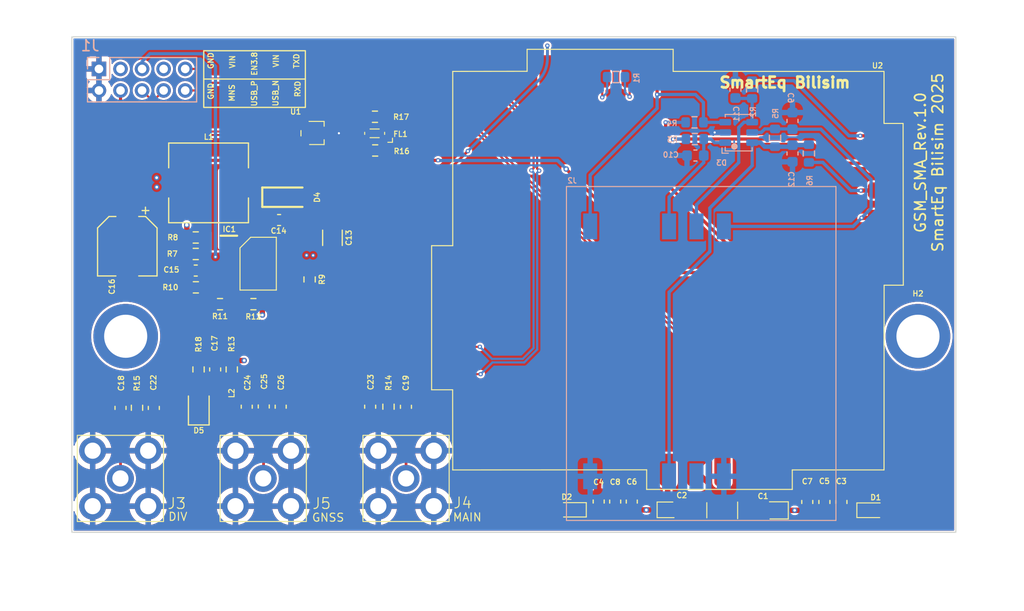
<source format=kicad_pcb>
(kicad_pcb (version 20241229) (generator "pcbnew") (generator_version "9.0")
  (layers (0 "F.Cu" signal) (4 "In1.Cu" signal) (6 "In2.Cu" signal) (2 "B.Cu" signal) (13 "F.Paste" user) (15 "B.Paste" user) (5 "F.SilkS" user "F.Silkscreen") (7 "B.SilkS" user "B.Silkscreen") (1 "F.Mask" user) (3 "B.Mask" user) (25 "Edge.Cuts" user))
  (net 0 "")
  (net 1 "GND")
  (net 2 "/GSM_Castelled/+3V8")
  (net 3 "/91228-3002/USIM_VDD")
  (net 4 "Net-(J2-CLK)")
  (net 5 "Net-(J2-RST)")
  (net 6 "Net-(J2-I{slash}O)")
  (net 7 "/GSM_Castelled/ANT_DIV")
  (net 8 "Net-(D4-K)")
  (net 9 "Net-(IC1-BST)")
  (net 10 "Net-(C15-Pad2)")
  (net 11 "Net-(IC1-COMP)")
  (net 12 "/GSM_Castelled/ANT_MAIN")
  (net 13 "/GSM_Castelled/ANT_GNSS")
  (net 14 "Net-(J3-Pin_1)")
  (net 15 "Net-(J4-Pin_1)")
  (net 16 "Net-(J5-Pin_1)")
  (net 17 "/GSM_Castelled/USB_P")
  (net 18 "/GSM_Castelled/USB_N")
  (net 19 "/91228-3002/MODEM_NET_STATUS")
  (net 20 "/91228-3002/TXD")
  (net 21 "/91228-3002/EN3V8")
  (net 22 "/91228-3002/USB_GSM_P")
  (net 23 "/91228-3002/RXD")
  (net 24 "/91228-3002/USB_GSM_N")
  (net 25 "/91228-3002/VIN")
  (net 26 "Net-(L2-Pad1)")
  (net 27 "Net-(U2-CTS)")
  (net 28 "Net-(U2-RTS)")
  (net 29 "/91228-3002/USIM_RST")
  (net 30 "/91228-3002/USIM_CLK")
  (net 31 "/91228-3002/VDD_EXT_1V8")
  (net 32 "/91228-3002/USIM_PRESENCE")
  (net 33 "/91228-3002/USIM_DATA")
  (net 34 "Net-(IC1-FREQ)")
  (net 35 "Net-(IC1-FB)")
  (net 37 "Net-(D5-A)")
  (footprint "Capacitor_SMD:C_0603_1608Metric" (layer "F.Cu") (at 144.95 118.875 90)
    (property "Reference" "C5")
    (property "Value" "10pF" (hide yes))
  )
  (footprint "Capacitor_SMD:C_0603_1608Metric" (layer "F.Cu") (at 91.36 110.03 -90)
    (property "Reference" "C24")
    (property "Value" "DNP" (hide yes))
  )
  (footprint "Fiducial:Fiducial_0.5mm_Mask1.5mm" (layer "F.Cu") (at 151.19 116.61)
    (property "Reference" "FID4" (hide yes))
    (property "Value" "DNP")
  )
  (footprint "Capacitor_SMD:C_0603_1608Metric" (layer "F.Cu") (at 94.36 92.7 180)
    (property "Reference" "C14")
    (property "Value" "100nF" (hide yes))
  )
  (footprint "Capacitor_SMD:C_0603_1608Metric" (layer "F.Cu") (at 127.08 118.84 90)
    (property "Reference" "C6")
    (property "Value" "10pF" (hide yes))
  )
  (footprint "Library:TPET05US3" (layer "F.Cu") (at 96.39 83.6915 -90)
    (property "Reference" "U1")
    (property "Value" "TPET05US3" (hide yes))
  )
  (footprint "Capacitor_SMD:C_0603_1608Metric" (layer "F.Cu") (at 86.63 97.39 180)
    (property "Reference" "C15")
    (property "Value" "220pF" (hide yes))
  )
  (footprint "Resistor_SMD:R_0603_1608Metric" (layer "F.Cu") (at 86.63 94.32)
    (property "Reference" "R8")
    (property "Value" "100K" (hide yes))
  )
  (footprint "Inductor_SMD:L_7.3x7.3_H3.5" (layer "F.Cu") (at 87.82 89.25 180)
    (property "Reference" "L1")
    (property "Value" "10uH" (hide yes))
  )
  (footprint "Resistor_SMD:R_0603_1608Metric" (layer "F.Cu") (at 104.51 110.03 90)
    (property "Reference" "R14")
    (property "Value" "0R")
  )
  (footprint "Library:SS4FA" (layer "F.Cu") (at 93.58 90.58)
    (property "Reference" "D4")
    (property "Value" "SS34FA" (hide yes))
  )
  (footprint "Library:TDZVTR5.1" (layer "F.Cu") (at 148.07 119.655 -90)
    (property "Reference" "D1")
    (property "Value" "TDZVTR5.1" (hide yes))
  )
  (footprint "Capacitor_SMD:C_0603_1608Metric" (layer "F.Cu") (at 106.13 110.04 -90)
    (property "Reference" "C19")
    (property "Value" "DNP" (hide yes))
  )
  (footprint "Fiducial:Fiducial_0.5mm_Mask1.5mm" (layer "F.Cu") (at 76.28 76.92)
    (property "Reference" "FID1" (hide yes))
    (property "Value" "DNP")
  )
  (footprint "Library:ACM2012-900-2P-T002" (layer "F.Cu") (at 102.300453 85.050055 180)
    (property "Reference" "FL1")
    (property "Value" "ACM2012-900-2P-T002" (hide yes))
  )
  (footprint "Resistor_SMD:R_0603_1608Metric" (layer "F.Cu") (at 81.18 110.13 90)
    (property "Reference" "R15")
    (property "Value" "0R")
  )
  (footprint "Capacitor_SMD:C_0603_1608Metric" (layer "F.Cu") (at 125.54 118.84 90)
    (property "Reference" "C8")
    (property "Value" "0.1uF" (hide yes))
  )
  (footprint "Fiducial:Fiducial_0.5mm_Mask1.5mm" (layer "F.Cu") (at 155.97 120.4)
    (property "Reference" "FID2" (hide yes))
    (property "Value" "DNP")
  )
  (footprint "footprint:Screw_Terminal_1x1" (layer "F.Cu") (at 80.13 103.49)
    (property "Reference" "H1" (hide yes))
    (property "Value" "DNP" (hide yes))
  )
  (footprint "Library:PCB.SMAFRA.HT" (layer "F.Cu") (at 106.14 116.69)
    (property "Reference" "J4")
    (property "Value" "PCB.SMAFRA.HT" (hide yes))
  )
  (footprint "Capacitor_SMD:C_0603_1608Metric" (layer "F.Cu") (at 94.51 110.03 -90)
    (property "Reference" "C26")
    (property "Value" "DNP" (hide yes))
  )
  (footprint "Library:TDZVTR5.1" (layer "F.Cu") (at 122.74 119.61 90)
    (property "Reference" "D2")
    (property "Value" "TDZVTR5.1" (hide yes))
  )
  (footprint "Fiducial:Fiducial_0.5mm_Mask1.5mm" (layer "F.Cu") (at 109.76 78.19)
    (property "Reference" "FID3" (hide yes))
    (property "Value" "DNP")
  )
  (footprint "Capacitor_SMD:C_0603_1608Metric" (layer "F.Cu") (at 124.01 118.835 90)
    (property "Reference" "C4")
    (property "Value" "33pF" (hide yes))
  )
  (footprint "Capacitor_SMD:C_0603_1608Metric" (layer "F.Cu") (at 79.65 110.14 -90)
    (property "Reference" "C18")
    (property "Value" "DNP" (hide yes))
  )
  (footprint "Capacitor_SMD:C_1206_3216Metric" (layer "F.Cu") (at 99.31 94.35 90)
    (property "Reference" "C13")
    (property "Value" "10uF" (hide yes))
  )
  (footprint "Capacitor_SMD:C_0603_1608Metric" (layer "F.Cu") (at 92.94 110.01 90)
    (property "Reference" "C25")
    (property "Value" "100pF" (hide yes))
  )
  (footprint "KiCad:T490A" (layer "F.Cu") (at 131.72 119.62)
    (property "Reference" "C2")
    (property "Value" "T490A107M006ATE500" (hide yes))
  )
  (footprint "Capacitor_SMD:C_0603_1608Metric" (layer "F.Cu") (at 143.36 118.875 90)
    (property "Reference" "C7")
    (property "Value" "0.1uF" (hide yes))
  )
  (footprint "Resistor_SMD:R_0603_1608Metric" (layer "F.Cu") (at 88.88 100.51 180)
    (property "Reference" "R11")
    (property "Value" "40.2K" (hide yes))
  )
  (footprint "Capacitor_SMD:CP_Elec_5x4.5" (layer "F.Cu") (at 80.28 95.13 -90)
    (property "Reference" "C16")
    (property "Value" "100uF ±20% 10V SMD")
  )
  (footprint "footprint:Screw_Terminal_1x1" (layer "F.Cu") (at 153.63 103.49)
    (property "Reference" "H2")
    (property "Value" "DNP" (hide yes))
  )
  (footprint "Footprint Library:GSM_Castelled" (layer "F.Cu") (at 150.48 87.42)
    (property "Reference" "U2")
    (property "Value" "DNP" (hide yes))
  )
  (footprint "Capacitor_SMD:C_0603_1608Metric" (layer "F.Cu") (at 82.74 110.145 -90)
    (property "Reference" "C22")
    (property "Value" "DNP" (hide yes))
  )
  (footprint "Resistor_SMD:R_0603_1608Metric" (layer "F.Cu") (at 86.64 98.95)
    (property "Reference" "R10")
    (property "Value" "68.1K" (hide yes))
  )
  (footprint "Resistor_SMD:R_0603_1608Metric" (layer "F.Cu") (at 103.253933 83.109673)
    (property "Reference" "R17")
    (property "Value" "DNP")
  )
  (footprint "Resistor_SMD:R_0603_1608Metric" (layer "F.Cu") (at 86.63 95.85 180)
    (property "Reference" "R7")
    (property "Value" "24.9K" (hide yes))
  )
  (footprint "Resistor_SMD:R_0603_1608Metric" (layer "F.Cu") (at 97.192 98.215 -90)
    (property "Reference" "R9")
    (property "Value" "200K" (hide yes))
  )
  (footprint "Library:PCB.SMAFRA.HT" (layer "F.Cu") (at 92.89 116.69)
    (property "Reference" "J5")
    (property "Value" "PCB.SMAFRA.HT" (hide yes))
  )
  (footprint "Capacitor_SMD:C_0603_1608Metric" (layer "F.Cu") (at 102.81 110.03 -90)
    (property "Reference" "C23")
    (property "Value" "DNP" (hide yes))
  )
  (footprint "Inductor_SMD:L_0402_1005Metric" (layer "F.Cu") (at 89.97 110.33 -90)
    (property "Reference" "L2")
    (property "Value" "47nH 5%" (hide yes))
  )
  (footprint "Library:MP1584EN-LF-Z" (layer "F.Cu") (at 92.42 96.76)
    (property "Reference" "IC1")
    (property "Value" "MP1584EN-LF-Z" (hide yes))
  )
  (footprint "LED_SMD:LED_0805_2012Metric" (layer "F.Cu") (at 86.91 110.04 90)
    (property "Reference" "D5")
    (property "Value" "RED LED")
  )
  (footprint "KiCad:T490A" (layer "F.Cu") (at 139.26 119.65 180)
    (property "Reference" "C1")
    (property "Value" "T490A107M006ATE500" (hide yes))
  )
  (footprint "Library:PCB.SMAFRA.HT" (layer "F.Cu") (at 79.64 116.69)
    (property "Reference" "J3")
    (property "Value" "PCB.SMAFRA.HT" (hide yes))
  )
  (footprint "Resistor_SMD:R_0603_1608Metric" (layer "F.Cu") (at 103.275 86.24 180)
    (property "Reference" "R16")
    (property "Value" "DNP")
  )
  (footprint "Resistor_SMD:R_0603_1608Metric" (layer "F.Cu") (at 86.89 106.57 90)
    (property "Reference" "R18")
    (property "Value" "1K")
  )
  (footprint "Resistor_SMD:R_0603_1608Metric" (layer "F.Cu") (at 89.97 106.57 -90)
    (property "Reference" "R13")
    (property "Value" "10R" (hide yes))
  )
  (footprint "Capacitor_SMD:C_0603_1608Metric" (layer "F.Cu") (at 146.53 118.875 90)
    (property "Reference" "C3")
    (property "Value" "33pF" (hide yes))
  )
  (footprint "Resistor_SMD:R_0603_1608Metric" (layer "F.Cu") (at 91.98 100.51)
    (property "Reference" "R12")
    (property "Value" "150K" (hide yes))
  )
  (footprint "Capacitor_SMD:C_0603_1608Metric" (layer "F.Cu") (at 88.43 106.57 -90)
    (property "Reference" "C17")
    (property "Value" "0.1uF" (hide yes))
  )
  (footprint "Capacitor_SMD:C_0603_1608Metric" (layer "B.Cu") (at 141.99 86.52 -90)
    (property "Reference" "C12")
    (property "Value" "33pF" (hide yes))
  )
  (footprint "Resistor_SMD:R_0603_1608Metric" (layer "B.Cu") (at 138.245 80.585 -90)
    (property "Reference" "R2")
    (property "Value" "22R" (hide yes))
  )
  (footprint "Capacitor_SMD:C_0603_1608Metric" (layer "B.Cu") (at 132.98 86.71 180)
    (property "Reference" "C10")
    (property "Value" "33pF" (hide yes))
  )
  (footprint "Library:ESDA6V1-5SC6" (layer "B.Cu") (at 135.75 85.515 90)
    (property "Reference" "D3")
    (property "Value" "ESDA6V1-5SC6" (hide yes))
  )
  (footprint "Resistor_SMD:R_0603_1608Metric" (layer "B.Cu") (at 125.62 79.42)
    (property "Reference" "R1")
    (property "Value" "0R" (hide yes))
  )
  (footprint "Resistor_SMD:R_0603_1608Metric" (layer "B.Cu") (at 132.9 83.63 180)
    (property "Reference" "R4")
    (property "Value" "51K" (hide yes))
  )
  (footprint "Capacitor_SMD:C_0603_1608Metric" (layer "B.Cu") (at 136.695 80.595 90)
    (property "Reference" "C11")
    (property "Value" "33pF" (hide yes))
  )
  (footprint "Connector_PinHeader_2.00mm:PinHeader_2x05_P2.00mm_Vertical" (layer "B.Cu") (at 77.65 78.67 -90)
    (property "Reference" "J1")
    (property "Value" "FEMALE Through Hole Pin Header" (hide yes))
  )
  (footprint "Resistor_SMD:R_0603_1608Metric" (layer "B.Cu") (at 132.93 85.18)
    (property "Reference" "R3")
    (property "Value" "22R" (hide yes))
  )
  (footprint "Resistor_SMD:R_0603_1608Metric" (layer "B.Cu") (at 140.37 85.065 -90)
    (property "Reference" "R5")
    (property "Value" "15K" (hide yes))
  )
  (footprint "KiCad:912283002" (layer "B.Cu") (at 133.52 105.09 90)
    (property "Reference" "J2")
    (property "Value" "91228-3002" (hide yes))
  )
  (footprint "Capacitor_SMD:C_0603_1608Metric" (layer "B.Cu") (at 141.99 83.495 90)
    (property "Reference" "C9")
    (property "Value" "0.1uF" (hide yes))
  )
  (footprint "Resistor_SMD:R_0603_1608Metric" (layer "B.Cu") (at 143.51 86.52 90)
    (property "Reference" "R6")
    (property "Value" "22R" (hide yes))
  )
  (gr_line (start 87.37 79.61) (end 96.8 79.61) (stroke (width 0.12)) (layer "F.SilkS"))
  (gr_rect (start 87.37 76.98) (end 96.8 82.24) (stroke (width 0.12)) (fill no) (layer "F.SilkS"))
  (gr_rect (start 75.14 75.69) (end 157.14 121.69) (stroke (width 0.1)) (fill no) (layer "Edge.Cuts"))
  (gr_text "VIN" (at 90.32 78.67 90) (layer "F.SilkS") (effects (font (size 0.5 0.5) (thickness 0.1) (bold yes)) (justify left bottom)))
  (gr_text "USB_P" (at 92.35 82.2 90) (layer "F.SilkS") (effects (font (size 0.5 0.5) (thickness 0.1) (bold yes)) (justify left bottom)))
  (gr_text "USB_N" (at 94.33 82.19 90) (layer "F.SilkS") (effects (font (size 0.5 0.5) (thickness 0.1) (bold yes)) (justify left bottom)))
  (gr_text "GSM_SMA_Rev.1.0\nSmartEq Bilisim 2025" (at 156.05 87.36 90) (layer "F.SilkS") (effects (font (size 1 1)) (justify bottom)))
  (gr_text "MAIN" (at 110.43 120.73 0) (layer "F.SilkS") (effects (font (size 0.75 0.75) (thickness 0.1)) (justify left bottom)))
  (gr_text "TXD" (at 96.27 78.68 90) (layer "F.SilkS") (effects (font (size 0.5 0.5) (thickness 0.1) (bold yes)) (justify left bottom)))
  (gr_text "MNS" (at 90.28 81.75 90) (layer "F.SilkS") (effects (font (size 0.5 0.5) (thickness 0.1) (bold yes)) (justify left bottom)))
  (gr_text "VIN" (at 94.37 78.58 90) (layer "F.SilkS") (effects (font (size 0.5 0.5) (thickness 0.1) (bold yes)) (justify left bottom)))
  (gr_text "GND\n" (at 88.32 78.73 90) (layer "F.SilkS") (effects (font (size 0.5 0.5) (thickness 0.1) (bold yes)) (justify left bottom)))
  (gr_text "DIV" (at 84.03 120.68 0) (layer "F.SilkS") (effects (font (size 0.75 0.75) (thickness 0.1)) (justify left bottom)))
  (gr_text "EN3.8\n\n" (at 93.17 79.34 90) (layer "F.SilkS") (effects (font (size 0.5 0.5) (thickness 0.1) (bold yes)) (justify left bottom)))
  (gr_text "RXD" (at 96.380095 81.336095 90) (layer "F.SilkS") (effects (font (size 0.5 0.5) (thickness 0.1) (bold yes)) (justify left bottom)))
  (gr_text "GND\n" (at 88.323905 81.569905 90) (layer "F.SilkS") (effects (font (size 0.5 0.5) (thickness 0.1) (bold yes)) (justify left bottom)))
  (gr_text "GNSS" (at 97.36 120.76 0) (layer "F.SilkS") (effects (font (size 0.75 0.75) (thickness 0.1)) (justify left bottom)))
  (segment (start 98.5915 84.64) (end 98.59 84.6415) (width 0.4) (layer "F.Cu") (net 1))
  (segment (start 77.65 80.67) (end 77.65 80.674922) (width 0.18315) (layer "F.Cu") (net 1))
  (segment (start 99.91 84.64) (end 98.5915 84.64) (width 0.4) (layer "F.Cu") (net 1))
  (via (at 99.91 84.64) (size 0.4) (drill 0.2) (layers "F.Cu" "B.Cu") (net 1))
  (via (at 134.77 84.57) (size 0.4) (drill 0.2) (layers "F.Cu" "B.Cu") (net 1))
  (segment (start 135.75 84.565) (end 134.775 84.565) (width 0.3) (layer "B.Cu") (net 1))
  (segment (start 134.775 84.565) (end 134.77 84.57) (width 0.3) (layer "B.Cu") (net 1))
  (segment (start 91.115 105.745) (end 91.12 105.74) (width 0.508) (layer "F.Cu") (net 2))
  (segment (start 140.57 119.65) (end 140.57 115.9) (width 0.508) (layer "F.Cu") (net 2))
  (segment (start 130.41 119.62) (end 130.41 115.9) (width 0.508) (layer "F.Cu") (net 2))
  (segment (start 144.95 119.65) (end 146.53 119.65) (width 0.508) (layer "F.Cu") (net 2))
  (segment (start 130.41 119.62) (end 128.43 119.62) (width 0.508) (layer "F.Cu") (net 2))
  (segment (start 125.535 119.61) (end 125.54 119.615) (width 0.508) (layer "F.Cu") (net 2))
  (segment (start 140.57 119.65) (end 142.19 119.65) (width 0.508) (layer "F.Cu") (net 2))
  (segment (start 121.74 119.61) (end 124.01 119.61) (width 0.508) (layer "F.Cu") (net 2))
  (segment (start 86.94 105.795) (end 86.89 105.745) (width 0.508) (layer "F.Cu") (net 2))
  (segment (start 88.43 105.795) (end 86.94 105.795) (width 0.508) (layer "F.Cu") (net 2))
  (segment (start 146.53 119.65) (end 149.065 119.65) (width 0.508) (layer "F.Cu") (net 2))
  (segment (start 89.97 105.745) (end 91.115 105.745) (width 0.508) (layer "F.Cu") (net 2))
  (segment (start 89.92 105.795) (end 89.97 105.745) (width 0.508) (layer "F.Cu") (net 2))
  (segment (start 128.425 119.615) (end 128.43 119.62) (width 0.508) (layer "F.Cu") (net 2))
  (segment (start 130.405 119.615) (end 130.41 119.62) (width 0.508) (layer "F.Cu") (net 2))
  (segment (start 149.065 119.65) (end 149.07 119.655) (width 0.508) (layer "F.Cu") (net 2))
  (segment (start 125.54 119.615) (end 127.08 119.615) (width 0.508) (layer "F.Cu") (net 2))
  (segment (start 143.36 119.65) (end 142.19 119.65) (width 0.508) (layer "F.Cu") (net 2))
  (segment (start 127.08 119.615) (end 128.425 119.615) (width 0.508) (layer "F.Cu") (net 2))
  (segment (start 92.805 101.515) (end 92.81 101.52) (width 0.508) (layer "F.Cu") (net 2))
  (segment (start 92.805 100.51) (end 92.805 101.515) (width 0.508) (layer "F.Cu") (net 2))
  (segment (start 124.01 119.61) (end 125.535 119.61) (width 0.508) (layer "F.Cu") (net 2))
  (segment (start 143.36 119.65) (end 144.95 119.65) (width 0.508) (layer "F.Cu") (net 2))
  (segment (start 88.43 105.795) (end 89.92 105.795) (width 0.508) (layer "F.Cu") (net 2))
  (via (at 128.43 119.62) (size 0.508) (drill 0.254) (layers "F.Cu" "B.Cu") (net 2))
  (via (at 91.12 105.74) (size 0.508) (drill 0.254) (layers "F.Cu" "B.Cu") (net 2))
  (via (at 92.81 101.52) (size 0.508) (drill 0.254) (layers "F.Cu" "B.Cu") (net 2))
  (via (at 83.01 89.64) (size 0.508) (drill 0.254) (layers "F.Cu" "B.Cu") (net 2))
  (via (at 142.19 119.65) (size 0.508) (drill 0.254) (layers "F.Cu" "B.Cu") (net 2))
  (via (at 83 88.77) (size 0.508) (drill 0.254) (layers "F.Cu" "B.Cu") (net 2))
  (segment (start 148.4 92.5) (end 150.48 92.5) (width 0.4) (layer "F.Cu") (net 3))
  (via (at 148.4 92.5) (size 0.4) (drill 0.2) (layers "F.Cu" "B.Cu") (net 3))
  (segment (start 140.37 84.24) (end 141.96 84.24) (width 0.3) (layer "B.Cu") (net 3))
  (segment (start 139.42 84.24) (end 140.37 84.24) (width 0.3) (layer "B.Cu") (net 3))
  (segment (start 139.095 84.565) (end 139.42 84.24) (width 0.3) (layer "B.Cu") (net 3))
  (segment (start 149.28 91.62) (end 148.4 92.5) (width 0.3) (layer "B.Cu") (net 3))
  (segment (start 141.96 84.24) (end 141.99 84.27) (width 0.3) (layer "B.Cu") (net 3))
  (segment (start 147.61 93.29) (end 148.4 92.5) (width 0.3) (layer "B.Cu") (net 3))
  (segment (start 138.25 84.565) (end 139.095 84.565) (width 0.3) (layer "B.Cu") (net 3))
  (segment (start 149.28 88.93) (end 149.28 91.62) (width 0.3) (layer "B.Cu") (net 3))
  (segment (start 144.62 84.27) (end 149.28 88.93) (width 0.3) (layer "B.Cu") (net 3))
  (segment (start 141.99 84.27) (end 144.62 84.27) (width 0.3) (layer "B.Cu") (net 3))
  (segment (start 135.62 93.29) (end 147.61 93.29) (width 0.3) (layer "B.Cu") (net 3))
  (segment (start 133.755 87.355) (end 133.755 86.71) (width 0.3) (layer "B.Cu") (net 4))
  (segment (start 130.54 90.57) (end 133.755 87.355) (width 0.3) (layer "B.Cu") (net 4))
  (segment (start 130.54 93.29) (end 130.54 90.57) (width 0.3) (layer "B.Cu") (net 4))
  (segment (start 133.755 86.71) (end 133.755 85.18) (width 0.3) (layer "B.Cu") (net 4))
  (segment (start 133.755 85.18) (end 134.42 85.18) (width 0.3) (layer "B.Cu") (net 4))
  (segment (start 134.755 85.515) (end 135.75 85.515) (width 0.3) (layer "B.Cu") (net 4))
  (segment (start 134.42 85.18) (end 134.755 85.515) (width 0.3) (layer "B.Cu") (net 4))
  (segment (start 138.245 81.41) (end 136.735 81.41) (width 0.3) (layer "B.Cu") (net 5))
  (segment (start 136.735 81.41) (end 136.695 81.37) (width 0.35) (layer "B.Cu") (net 5))
  (segment (start 133.08 91.28) (end 137 87.36) (width 0.3) (layer "B.Cu") (net 5))
  (segment (start 133.08 93.29) (end 133.08 91.28) (width 0.3) (layer "B.Cu") (net 5))
  (segment (start 137 87.36) (end 137 84.11) (width 0.3) (layer "B.Cu") (net 5))
  (segment (start 137.495 83.615) (end 138.25 83.615) (width 0.3) (layer "B.Cu") (net 5))
  (segment (start 138.245 83.61) (end 138.25 83.615) (width 0.3) (layer "B.Cu") (net 5))
  (segment (start 138.245 81.41) (end 138.245 83.61) (width 0.3) (layer "B.Cu") (net 5))
  (segment (start 137 84.11) (end 137.495 83.615) (width 0.3) (layer "B.Cu") (net 5))
  (segment (start 138.25 85.515) (end 139.035 85.515) (width 0.4) (layer "B.Cu") (net 6))
  (segment (start 134.32 95.62) (end 134.32 91.58) (width 0.3) (layer "B.Cu") (net 6))
  (segment (start 130.54 99.4) (end 134.32 95.62) (width 0.3) (layer "B.Cu") (net 6))
  (segment (start 138.25 87.65) (end 138.25 85.515) (width 0.3) (layer "B.Cu") (net 6))
  (segment (start 140.37 85.89) (end 141.845 85.89) (width 0.4) (layer "B.Cu") (net 6))
  (segment (start 130.54 116.49) (end 130.54 99.4) (width 0.3) (layer "B.Cu") (net 6))
  (segment (start 143.46 85.745) (end 143.51 85.695) (width 0.4) (layer "B.Cu") (net 6))
  (segment (start 139.035 85.515) (end 139.41 85.89) (width 0.4) (layer "B.Cu") (net 6))
  (segment (start 141.99 85.745) (end 143.46 85.745) (width 0.4) (layer "B.Cu") (net 6))
  (segment (start 134.32 91.58) (end 138.25 87.65) (width 0.3) (layer "B.Cu") (net 6))
  (segment (start 141.845 85.89) (end 141.99 85.745) (width 0.4) (layer "B.Cu") (net 6))
  (segment (start 139.41 85.89) (end 140.37 85.89) (width 0.4) (layer "B.Cu") (net 6))
  (segment (start 119.25 78.89) (end 119.26 78.9) (width 0.254) (layer "F.Cu") (net 7))
  (segment (start 82.685 109.315) (end 82.74 109.37) (width 0.508) (layer "F.Cu") (net 7))
  (segment (start 96.643792 101.526207) (end 111.875 86.295) (width 0.254) (layer "F.Cu") (net 7))
  (segment (start 82.695 107.95) (end 82.695 109.355) (width 0.254) (layer "F.Cu") (net 7))
  (segment (start 82.675 109.305) (end 82.74 109.37) (width 0.508) (layer "F.Cu") (net 7))
  (segment (start 84.526206 104.713792) (end 83.688485 105.551514) (width 0.254) (layer "F.Cu") (net 7))
  (segment (start 119.25 76.51) (end 119.25 78.89) (width 0.254) (layer "F.Cu") (net 7))
  (segment (start 81.18 109.305) (end 82.675 109.305) (width 0.254) (layer "F.Cu") (net 7))
  (segment (start 88.373963 103.12) (end 92.796036 103.12) (width 0.254) (layer "F.Cu") (net 7))
  (via (at 119.25 76.51) (size 0.4) (drill 0.2) (layers "F.Cu" "B.Cu") (net 7))
  (via (at 111.875 86.295) (size 0.4) (drill 0.2) (layers "F.Cu" "B.Cu") (net 7))
  (arc (start 88.373963 103.12) (mid 86.291572 103.534213) (end 84.526206 104.713792) (width 0.254) (layer "F.Cu") (net 7))
  (arc (start 96.643792 101.526207) (mid 94.878426 102.705786) (end 92.796036 103.12) (width 0.254) (layer "F.Cu") (net 7))
  (arc (start 83.688485 105.551514) (mid 82.953198 106.651949) (end 82.695 107.95) (width 0.254) (layer "F.Cu") (net 7))
  (segment (start 119.25 77.715) (end 119.25 76.51) (width 0.254) (layer "B.Cu") (net 7))
  (segment (start 118.397936 79.772063) (end 111.875 86.295) (width 0.254) (layer "B.Cu") (net 7))
  (arc (start 119.25 77.715) (mid 119.028555 78.828274) (end 118.397936 79.772063) (width 0.254) (layer "B.Cu") (net 7))
  (segment (start 85.855 98.91) (end 85.815 98.95) (width 0.508) (layer "F.Cu") (net 10))
  (segment (start 85.855 97.39) (end 85.855 98.91) (width 0.508) (layer "F.Cu") (net 10))
  (segment (start 104.51 105.429568) (end 104.51 109.205) (width 0.254) (layer "F.Cu") (net 12))
  (segment (start 108.009568 101.93) (end 110.47 101.93) (width 0.254) (layer "F.Cu") (net 12))
  (segment (start 102.86 109.205) (end 102.81 109.255) (width 0.254) (layer "F.Cu") (net 12))
  (segment (start 104.51 109.205) (end 102.86 109.205) (width 0.254) (layer "F.Cu") (net 12))
  (arc (start 105.535 102.955) (mid 104.776388 104.090341) (end 104.51 105.429568) (width 0.254) (layer "F.Cu") (net 12))
  (arc (start 108.009568 101.93) (mid 106.670341 102.196388) (end 105.535 102.955) (width 0.254) (layer "F.Cu") (net 12))
  (segment (start 103.063963 99.39) (end 110.47 99.39) (width 0.254) (layer "F.Cu") (net 13))
  (segment (start 94.51 109.255) (end 92.96 109.255) (width 0.254) (layer "F.Cu") (net 13))
  (segment (start 92.96 109.255) (end 92.94 109.235) (width 0.254) (layer "F.Cu") (net 13))
  (segment (start 94.51 107.4725) (end 94.51 109.255) (width 0.254) (layer "F.Cu") (net 13))
  (segment (start 95.770417 104.429582) (end 99.216207 100.983792) (width 0.254) (layer "F.Cu") (net 13))
  (arc (start 103.063963 99.39) (mid 100.981572 99.804213) (end 99.216207 100.983792) (width 0.254) (layer "F.Cu") (net 13))
  (arc (start 95.770417 104.429582) (mid 94.837571 105.825684) (end 94.51 107.4725) (width 0.254) (layer "F.Cu") (net 13))
  (segment (start 79.65 110.915) (end 79.65 116.68) (width 0.254) (layer "F.Cu") (net 14))
  (segment (start 79.65 116.68) (end 79.64 116.69) (width 0.254) (layer "F.Cu") (net 14))
  (segment (start 81.19 110.91) (end 81.185 110.915) (width 0.3) (layer "F.Cu") (net 14))
  (segment (start 81.14 110.915) (end 81.18 110.955) (width 0.254) (layer "F.Cu") (net 14))
  (segment (start 79.65 110.915) (end 81.14 110.915) (width 0.254) (layer "F.Cu") (net 14))
  (segment (start 104.55 110.815) (end 104.51 110.855) (width 0.254) (layer "F.Cu") (net 15))
  (segment (start 106.14 110.825) (end 106.13 110.815) (width 0.254) (layer "F.Cu") (net 15))
  (segment (start 106.13 110.815) (end 104.55 110.815) (width 0.254) (layer "F.Cu") (net 15))
  (segment (start 106.14 116.69) (end 106.14 110.825) (width 0.254) (layer "F.Cu") (net 15))
  (segment (start 92.92 110.805) (end 91.36 110.805) (width 0.254) (layer "F.Cu") (net 16))
  (segment (start 92.92 110.805) (end 92.92 116.66) (width 0.254) (layer "F.Cu") (net 16))
  (segment (start 89.98 110.805) (end 89.97 110.815) (width 0.254) (layer "F.Cu") (net 16))
  (segment (start 92.9 110.785) (end 92.92 110.805) (width 0.254) (layer "F.Cu") (net 16))
  (segment (start 91.36 110.805) (end 89.98 110.805) (width 0.254) (layer "F.Cu") (net 16))
  (segment (start 92.92 116.66) (end 92.89 116.69) (width 0.254) (layer "F.Cu") (net 16))
  (segment (start 104.954454 84.808555) (end 112.924401 84.808555) (width 0.19) (layer "F.Cu") (net 17))
  (segment (start 104.150453 85.050055) (end 104.712954 85.050055) (width 0.19) (layer "F.Cu") (net 17))
  (segment (start 136.6015 109.612635) (end 136.6015 112.538499) (width 0.19) (layer "F.Cu") (net 17))
  (segment (start 136.6015 112.538499) (end 135.49 113.649999) (width 0.19) (layer "F.Cu") (net 17))
  (segment (start 135.49 113.649999) (end 135.49 115.9) (width 0.19) (layer "F.Cu") (net 17))
  (segment (start 104.150453 85.050055) (end 104.1 85.100508) (width 0.19) (layer "F.Cu") (net 17))
  (segment (start 104.712954 85.050055) (end 104.954454 84.808555) (width 0.19) (layer "F.Cu") (net 17))
  (segment (start 104.1 85.100508) (end 104.1 86.24) (width 0.19) (layer "F.Cu") (net 17))
  (segment (start 135.804603 107.688757) (end 112.924401 84.808555) (width 0.19) (layer "F.Cu") (net 17))
  (arc (start 135.804603 107.688757) (mid 136.394393 108.57144) (end 136.6015 109.612635) (width 0.19) (layer "F.Cu") (net 17))
  (segment (start 136.9185 109.481327) (end 136.9185 112.538499) (width 0.19) (layer "F.Cu") (net 18))
  (segment (start 104.150453 84.250055) (end 104.712954 84.250055) (width 0.19) (layer "F.Cu") (net 18))
  (segment (start 104.712954 84.250055) (end 104.954454 84.491555) (width 0.19) (layer "F.Cu") (net 18))
  (segment (start 138.03 113.649999) (end 138.03 115.9) (width 0.19) (layer "F.Cu") (net 18))
  (segment (start 104.150453 83.181193) (end 104.078933 83.109673) (width 0.19) (layer "F.Cu") (net 18))
  (segment (start 104.954454 84.491555) (end 113.055709 84.491555) (width 0.19) (layer "F.Cu") (net 18))
  (segment (start 136.121603 107.557449) (end 113.055709 84.491555) (width 0.19) (layer "F.Cu") (net 18))
  (segment (start 104.150453 84.250055) (end 104.150453 83.181193) (width 0.19) (layer "F.Cu") (net 18))
  (segment (start 136.9185 112.538499) (end 138.03 113.649999) (width 0.19) (layer "F.Cu") (net 18))
  (arc (start 136.121603 107.557449) (mid 136.711393 108.440132) (end 136.9185 109.481327) (width 0.19) (layer "F.Cu") (net 18))
  (segment (start 130.61 97.58) (end 150.48 97.58) (width 0.3) (layer "F.Cu") (net 19))
  (segment (start 120.995 87.965) (end 130.61 97.58) (width 0.3) (layer "F.Cu") (net 19))
  (segment (start 79.65 80.67) (end 79.65 85.94) (width 0.3) (layer "F.Cu") (net 19))
  (segment (start 80.87 87.16) (end 95.13 87.16) (width 0.3) (layer "F.Cu") (net 19))
  (segment (start 95.13 87.16) (end 109.1 87.16) (width 0.3) (layer "F.Cu") (net 19))
  (segment (start 109.1 87.16) (end 109.11 87.15) (width 0.3) (layer "F.Cu") (net 19))
  (segment (start 80.56 86.85) (end 80.87 87.16) (width 0.3) (layer "F.Cu") (net 19))
  (segment (start 79.65 85.94) (end 80.56 86.85) (width 0.3) (layer "F.Cu") (net 19))
  (segment (start 79.65 80.67) (end 79.65 80.674922) (width 0.18315) (layer "F.Cu") (net 19))
  (via (at 109.11 87.15) (size 0.4) (drill 0.2) (layers "F.Cu" "B.Cu") (net 19))
  (via (at 120.995 87.965) (size 0.508) (drill 0.254) (layers "F.Cu" "B.Cu") (net 19))
  (segment (start 109.11 87.15) (end 109.131 87.171) (width 0.3) (layer "B.Cu") (net 19))
  (segment (start 120.201 87.171) (end 120.995 87.965) (width 0.3) (layer "B.Cu") (net 19))
  (segment (start 109.131 87.171) (end 120.201 87.171) (width 0.3) (layer "B.Cu") (net 19))
  (segment (start 118.3 87.93) (end 118.49 88.12) (width 0.2) (layer "F.Cu") (net 20))
  (segment (start 85.65 78.67) (end 87.13 78.67) (width 0.2) (layer "F.Cu") (net 20))
  (segment (start 88.03 79.57) (end 113.78 79.57) (width 0.2) (layer "F.Cu") (net 20))
  (segment (start 118.3 84.09) (end 118.3 87.93) (width 0.2) (layer "F.Cu") (net 20))
  (segment (start 87.13 78.67) (end 88.03 79.57) (width 0.2) (layer "F.Cu") (net 20))
  (segment (start 113.78 79.57) (end 118.3 84.09) (width 0.2) (layer "F.Cu") (net 20))
  (segment (start 113.06 107.01) (end 110.47 107.01) (width 0.2) (layer "F.Cu") (net 20))
  (via (at 118.49 88.12) (size 0.4) (drill 0.2) (layers "F.Cu" "B.Cu") (net 20))
  (via (at 113.06 107.01) (size 0.4) (drill 0.2) (layers "F.Cu" "B.Cu") (net 20))
  (segment (start 118.3 88.5) (end 118.3 88.31) (width 0.2) (layer "B.Cu") (net 20))
  (segment (start 114.152 105.918) (end 113.06 107.01) (width 0.2) (layer "B.Cu") (net 20))
  (segment (start 118.3 88.31) (end 118.49 88.12) (width 0.2) (layer "B.Cu") (net 20))
  (segment (start 118.3 88.5) (end 118.3 104.72) (width 0.2) (layer "B.Cu") (net 20))
  (segment (start 117.102 105.918) (end 114.152 105.918) (width 0.2) (layer "B.Cu") (net 20))
  (segment (start 118.3 104.72) (end 117.102 105.918) (width 0.2) (layer "B.Cu") (net 20))
  (via (at 88.46 96.12) (size 0.4) (drill 0.2) (layers "F.Cu" "B.Cu") (net 21))
  (segment (start 82.37 77.26) (end 87.29 77.26) (width 0.3) (layer "B.Cu") (net 21))
  (segment (start 88.46 78.43) (end 88.46 96.12) (width 0.3) (layer "B.Cu") (net 21))
  (segment (start 81.65 77.98) (end 82.37 77.26) (width 0.3) (layer "B.Cu") (net 21))
  (segment (start 81.65 78.67) (end 81.65 77.98) (width 0.3) (layer "B.Cu") (net 21))
  (segment (start 87.29 77.26) (end 88.46 78.43) (width 0.3) (layer "B.Cu") (net 21))
  (segment (start 102.300453 85.520453) (end 102.45 85.67) (width 0.19) (layer "F.Cu") (net 22))
  (segment (start 96.39 85.5915) (end 95.339999 85.5915) (width 0.19) (layer "F.Cu") (net 22))
  (segment (start 99.9485 85.5915) (end 96.39 85.5915) (width 0.19) (layer "F.Cu") (net 22))
  (segment (start 84.649873 84.8) (end 94.548499 84.8) (width 0.19) (layer "F.Cu") (net 22))
  (segment (start 82.4915 81.5115) (end 81.65 80.67) (width 0.19) (layer "F.Cu") (net 22))
  (segment (start 95.339999 85.5915) (end 94.548499 84.8) (width 0.19) (layer "F.Cu") (net 22))
  (segment (start 102.300453 85.050055) (end 102.300453 85.520453) (width 0.19) (layer "F.Cu") (net 22))
  (segment (start 82.4915 82.641626) (end 82.4915 81.5115) (width 0.19) (layer "F.Cu") (net 22))
  (segment (start 102.300453 85.050055) (end 101.737952 85.050055) (width 0.19) (layer "F.Cu") (net 22))
  (segment (start 100.73 84.81) (end 99.9485 85.5915) (width 0.19) (layer "F.Cu") (net 22))
  (segment (start 101.737952 85.050055) (end 101.497897 84.81) (width 0.19) (layer "F.Cu") (net 22))
  (segment (start 102.45 85.67) (end 102.45 86.21) (width 0.19) (layer "F.Cu") (net 22))
  (segment (start 101.497897 84.81) (end 100.73 84.81) (width 0.19) (layer "F.Cu") (net 22))
  (arc (start 83.123673 84.167827) (mid 83.823899 84.635703) (end 84.649873 84.8) (width 0.19) (layer "F.Cu") (net 22))
  (arc (start 82.4915 82.641626) (mid 82.655796 83.4676) (end 83.123673 84.167827) (width 0.19) (layer "F.Cu") (net 22))
  (segment (start 87.45 80.67) (end 87.93 80.19) (width 0.2) (layer "F.Cu") (net 23))
  (segment (start 88.69 79.96) (end 113.706138 79.96) (width 0.2) (layer "F.Cu") (net 23))
  (segment (start 85.65 80.67) (end 87.45 80.67) (width 0.2) (layer "F.Cu") (net 23))
  (segment (start 117.97 87.89) (end 117.77 88.09) (width 0.2) (layer "F.Cu") (net 23))
  (segment (start 87.93 80.19) (end 88.16 79.96) (width 0.2) (layer "F.Cu") (net 23))
  (segment (start 117.97 84.223862) (end 117.97 85.2) (width 0.2) (layer "F.Cu") (net 23))
  (segment (start 117.97 85.2) (end 117.97 87.89) (width 0.2) (layer "F.Cu") (net 23))
  (segment (start 110.47 104.47) (end 112.99 104.47) (width 0.2) (layer "F.Cu") (net 23))
  (segment (start 114.523069 80.776931) (end 117.97 84.223862) (width 0.2) (layer "F.Cu") (net 23))
  (segment (start 88.16 79.96) (end 88.69 79.96) (width 0.2) (layer "F.Cu") (net 23))
  (segment (start 113.706138 79.96) (end 114.523069 80.776931) (width 0.2) (layer "F.Cu") (net 23))
  (via (at 117.77 88.09) (size 0.4) (drill 0.2) (layers "F.Cu" "B.Cu") (net 23))
  (via (at 112.99 104.47) (size 0.4) (drill 0.2) (layers "F.Cu" "B.Cu") (net 23))
  (segment (start 114.11 105.59) (end 116.966138 105.59) (width 0.2) (layer "B.Cu") (net 23))
  (segment (start 112.99 104.47) (end 114.11 105.59) (width 0.2) (layer "B.Cu") (net 23))
  (segment (start 117.972 88.292) (end 117.77 88.09) (width 0.2) (layer "B.Cu") (net 23))
  (segment (start 117.972 104.584138) (end 117.972 88.292) (width 0.2) (layer "B.Cu") (net 23))
  (segment (start 116.966138 105.59) (end 117.972 104.584138) (width 0.2) (layer "B.Cu") (net 23))
  (segment (start 96.39 83.6915) (end 99.9615 83.6915) (width 0.19) (layer "F.Cu") (net 24))
  (segment (start 82.8085 81.5115) (end 83.65 80.67) (width 0.19) (layer "F.Cu") (net 24))
  (segment (start 100.76 84.49) (end 101.48 84.49) (width 0.19) (layer "F.Cu") (net 24))
  (segment (start 84.649877 84.483) (end 94.548499 84.483) (width 0.19) (layer "F.Cu") (net 24))
  (segment (start 96.39 83.6915) (end 95.339999 83.6915) (width 0.19) (layer "F.Cu") (net 24))
  (segment (start 102.428933 83.731067) (end 102.428933 83.109673) (width 0.19) (layer "F.Cu") (net 24))
  (segment (start 102.300453 83.859547) (end 102.428933 83.731067) (width 0.19) (layer "F.Cu") (net 24))
  (segment (start 99.9615 83.6915) (end 100.76 84.49) (width 0.19) (layer "F.Cu") (net 24))
  (segment (start 82.8085 82.641622) (end 82.8085 81.5115) (width 0.19) (layer "F.Cu") (net 24))
  (segment (start 102.300453 84.250055) (end 102.300453 83.859547) (width 0.19) (layer "F.Cu") (net 24))
  (segment (start 95.339999 83.6915) (end 94.548499 84.483) (width 0.19) (layer "F.Cu") (net 24))
  (segment (start 101.719945 84.250055) (end 102.300453 84.250055) (width 0.19) (layer "F.Cu") (net 24))
  (segment (start 101.48 84.49) (end 101.719945 84.250055) (width 0.19) (layer "F.Cu") (net 24))
  (arc (start 83.347827 83.943673) (mid 83.945212 84.342833) (end 84.649877 84.483) (width 0.19) (layer "F.Cu") (net 24))
  (arc (start 82.8085 82.641622) (mid 82.948666 83.346287) (end 83.347827 83.943673) (width 0.19) (layer "F.Cu") (net 24))
  (segment (start 85.805 93.175) (end 85.79 93.16) (width 0.508) (layer "F.Cu") (net 25))
  (segment (start 85.805 94.32) (end 85.805 93.175) (width 0.508) (layer "F.Cu") (net 25))
  (via (at 85.79 93.16) (size 0.5) (drill 0.3) (layers "F.Cu" "B.Cu") (net 25))
  (via (at 97.52 95.98) (size 0.4) (drill 0.2) (layers "F.Cu" "B.Cu") (net 25))
  (via (at 96.91 95.97) (size 0.4) (drill 0.2) (layers "F.Cu" "B.Cu") (net 25))
  (segment (start 89.97 107.395) (end 89.97 109.845) (width 0.508) (layer "F.Cu") (net 26))
  (segment (start 124.34 81.31) (end 124.34 78.9) (width 0.2) (layer "F.Cu") (net 27))
  (via (at 124.34 81.31) (size 0.4) (drill 0.2) (layers "F.Cu" "B.Cu") (net 27))
  (segment (start 124.795 80.855) (end 124.34 81.31) (width 0.2) (layer "B.Cu") (net 27))
  (segment (start 124.795 79.42) (end 124.795 80.855) (width 0.2) (layer "B.Cu") (net 27))
  (segment (start 126.88 81.25) (end 126.88 78.9) (width 0.2) (layer "F.Cu") (net 28))
  (via (at 126.88 81.25) (size 0.4) (drill 0.2) (layers "F.Cu" "B.Cu") (net 28))
  (segment (start 126.445 79.42) (end 126.445 80.815) (width 0.2) (layer "B.Cu") (net 28))
  (segment (start 126.445 80.815) (end 126.88 81.25) (width 0.2) (layer "B.Cu") (net 28))
  (segment (start 148.27 84.88) (end 150.48 84.88) (width 0.3) (layer "F.Cu") (net 29))
  (via (at 148.27 84.88) (size 0.4) (drill 0.2) (layers "F.Cu" "B.Cu") (net 29))
  (segment (start 142.12 79.76) (end 147.24 84.88) (width 0.3) (layer "B.Cu") (net 29))
  (segment (start 138.245 79.76) (end 142.12 79.76) (width 0.3) (layer "B.Cu") (net 29))
  (segment (start 147.24 84.88) (end 148.27 84.88) (width 0.3) (layer "B.Cu") (net 29))
  (segment (start 146.39 87.42) (end 150.48 87.42) (width 0.3) (layer "F.Cu") (net 30))
  (segment (start 144.15 85.18) (end 146.39 87.42) (width 0.3) (layer "F.Cu") (net 30))
  (segment (start 130.93 85.18) (end 144.15 85.18) (width 0.3) (layer "F.Cu") (net 30))
  (segment (start 130.91 85.2) (end 130.93 85.18) (width 0.3) (layer "F.Cu") (net 30))
  (via (at 130.91 85.2) (size 0.4) (drill 0.2) (layers "F.Cu" "B.Cu") (net 30))
  (segment (start 132.105 85.18) (end 130.93 85.18) (width 0.3) (layer "B.Cu") (net 30))
  (segment (start 130.93 85.18) (end 130.91 85.2) (width 0.3) (layer "B.Cu") (net 30))
  (segment (start 150.48 95.04) (end 136.02 95.04) (width 0.3) (layer "F.Cu") (net 31))
  (segment (start 130.22 89.24) (end 130.22 83.63) (width 0.3) (layer "F.Cu") (net 31))
  (segment (start 133.26 92.28) (end 130.22 89.24) (width 0.3) (layer "F.Cu") (net 31))
  (segment (start 136.02 95.04) (end 133.26 92.28) (width 0.3) (layer "F.Cu") (net 31))
  (via (at 130.22 83.63) (size 0.4) (drill 0.2) (layers "F.Cu" "B.Cu") (net 31))
  (segment (start 130.22 83.63) (end 132.075 83.63) (width 0.3) (layer "B.Cu") (net 31))
  (segment (start 129.43 78.91) (end 129.42 78.9) (width 0.3) (layer "F.Cu") (net 32))
  (segment (start 129.43 81.04) (end 129.43 78.91) (width 0.3) (layer "F.Cu") (net 32))
  (via (at 129.43 81.04) (size 0.4) (drill 0.2) (layers "F.Cu" "B.Cu") (net 32))
  (segment (start 123.22 88.53) (end 129.43 82.32) (width 0.3) (layer "B.Cu") (net 32))
  (segment (start 135.735 83.63) (end 135.75 83.615) (width 0.3) (layer "B.Cu") (net 32))
  (segment (start 132.98 81.04) (end 129.43 81.04) (width 0.3) (layer "B.Cu") (net 32))
  (segment (start 133.725 81.785) (end 133.51 81.57) (width 0.3) (layer "B.Cu") (net 32))
  (segment (start 123.22 93.29) (end 123.22 88.53) (width 0.3) (layer "B.Cu") (net 32))
  (segment (start 133.725 83.63) (end 135.735 83.63) (width 0.3) (layer "B.Cu") (net 32))
  (segment (start 133.51 81.57) (end 132.98 81.04) (width 0.3) (layer "B.Cu") (net 32))
  (segment (start 133.725 83.63) (end 133.725 81.785) (width 0.3) (layer "B.Cu") (net 32))
  (segment (start 129.43 82.32) (end 129.43 81.04) (width 0.3) (layer "B.Cu") (net 32))
  (segment (start 148.33 89.96) (end 150.48 89.96) (width 0.4) (layer "F.Cu") (net 33))
  (via (at 148.33 89.96) (size 0.4) (drill 0.2) (layers "F.Cu" "B.Cu") (net 33))
  (segment (start 144.795 87.345) (end 147.41 89.96) (width 0.3) (layer "B.Cu") (net 33))
  (segment (start 147.41 89.96) (end 148.33 89.96) (width 0.3) (layer "B.Cu") (net 33))
  (segment (start 143.51 87.345) (end 144.795 87.345) (width 0.3) (layer "B.Cu") (net 33))
  (segment (start 97.192 97.39) (end 95.137 97.39) (width 0.508) (layer "F.Cu") (net 34))
  (segment (start 95.137 97.39) (end 95.132 97.395) (width 0.508) (layer "F.Cu") (net 34))
  (segment (start 86.89 107.395) (end 86.89 109.0825) (width 0.4) (layer "F.Cu") (net 37))
  (segment (start 86.89 109.0825) (end 86.91 109.1025) (width 0.4) (layer "F.Cu") (net 37))
  (zone (net 9) (net_name "Net-(IC1-BST)") (layer "F.Cu") (priority 76) (connect_pads yes (clearance 0.2)) (min_thickness 0.1) (fill yes (thermal_gap 0.5) (thermal_bridge_width 0.5) (island_removal_mode 1) (island_area_min 10))
    (polygon (pts (xy 94.32 93.7) (xy 94.63 93.39) (xy 94.63 92.19) (xy 95.64 92.19) (xy 95.64 93.37) (xy 95.95 93.68) (xy 95.95 95.27) (xy 94.32 95.27)))
  )
  (zone (net 2) (net_name "/GSM_Castelled/+3V8") (layer "F.Cu") (priority 75) (connect_pads yes (clearance 0.2)) (min_thickness 0.1) (fill yes (thermal_gap 0.5) (thermal_bridge_width 0.5) (island_removal_mode 1) (island_area_min 10))
    (polygon (pts (xy 81.13 90.41) (xy 85.48 90.41) (xy 85.48 88.09) (xy 79.42 88.09) (xy 79.42 94.48) (xy 81.13 94.48)))
  )
  (zone (net 8) (net_name "Net-(D4-K)") (layer "F.Cu") (priority 73) (connect_pads yes (clearance 0.2)) (min_thickness 0.1) (fill yes (thermal_gap 0.5) (thermal_bridge_width 0.5))
    (polygon (pts (xy 90.53 93.22) (xy 94.19 93.22) (xy 94.19 91.22) (xy 94.19 89.32) (xy 92.97 88.1) (xy 88.89 88.1) (xy 88.89 95.26) (xy 90.53 95.26)))
  )
  (zone (net 21) (net_name "/91228-3002/EN3V8") (layer "F.Cu") (priority 74) (connect_pads yes (clearance 0.2)) (min_thickness 0.1) (fill yes (thermal_gap 0.5) (thermal_bridge_width 0.5) (island_removal_mode 1) (island_area_min 10))
    (polygon (pts (xy 87.01 96.53) (xy 87.01 93.79) (xy 87.9 93.79) (xy 87.9 95.72) (xy 90.52 95.72) (xy 90.52 96.53)))
  )
  (zone (net 25) (net_name "/91228-3002/VIN") (layer "F.Cu") (priority 77) (connect_pads yes (clearance 0.2)) (min_thickness 0.1) (fill yes (thermal_gap 0.5) (thermal_bridge_width 0.5) (island_removal_mode 1) (island_area_min 10))
    (polygon (pts (xy 98.549086 96.53) (xy 100.259124 96.53) (xy 100.259124 95.16) (xy 96.65 95.16) (xy 96.09 95.72) (xy 94.32 95.72) (xy 94.32 96.53)))
  )
  (zone (net 11) (net_name "Net-(IC1-COMP)") (layer "F.Cu") (priority 72) (connect_pads yes (clearance 0.2)) (min_thickness 0.1) (fill yes (thermal_gap 0.5) (thermal_bridge_width 0.5))
    (polygon (pts (xy 87.92 97) (xy 87.78 96.86) (xy 86.9 96.86) (xy 86.9 97.92) (xy 87.82 97.92) (xy 87.94 97.8) (xy 90.52 97.8) (xy 90.52 97)))
  )
  (zone (net 35) (net_name "Net-(IC1-FB)") (layer "F.Cu") (priority 71) (connect_pads yes (clearance 0.2)) (min_thickness 0.1) (fill yes (thermal_gap 0.5) (thermal_bridge_width 0.5))
    (polygon (pts (xy 89.65 98.26) (xy 88.9 98.26) (xy 88.9 99.59) (xy 89.25 99.94) (xy 89.25 101.04) (xy 91.6 101.04) (xy 91.6 99.98) (xy 90.52 99.98) (xy 90.52 99.54) (xy 90.52 98.26)))
  )
  (zone (net 1) (net_name "GND") (layers "F.Cu" "B.Cu" "In1.Cu" "In2.Cu") (priority 1) (connect_pads (clearance 0.2)) (min_thickness 0.1) (fill yes (thermal_gap 0.5) (thermal_bridge_width 0.5))
    (polygon (pts (xy 71.76 72.3) (xy 163.02 72.64) (xy 163.49 129.02) (xy 68.47 128.4) (xy 69.18 72.27)))
  )
)
</source>
